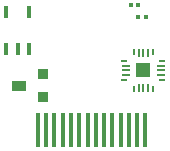
<source format=gbp>
%FSLAX25Y25*%
%MOIN*%
G70*
G01*
G75*
G04 Layer_Color=128*
%ADD10C,0.05118*%
%ADD11R,0.02559X0.02165*%
%ADD12R,0.02165X0.02559*%
%ADD13R,0.01378X0.01378*%
%ADD14R,0.05906X0.02165*%
%ADD15R,0.01378X0.01378*%
%ADD16C,0.03150*%
%ADD17C,0.00787*%
%ADD18C,0.01969*%
%ADD19C,0.03937*%
%ADD20O,0.05000X0.03500*%
%ADD21C,0.05906*%
%ADD22C,0.03150*%
%ADD23C,0.01969*%
%ADD24C,0.03937*%
%ADD25R,0.02362X0.00787*%
%ADD26R,0.03150X0.00787*%
%ADD27R,0.00787X0.02362*%
%ADD28R,0.00787X0.03150*%
%ADD29R,0.05118X0.05118*%
%ADD30R,0.01575X0.03937*%
%ADD31R,0.05000X0.03600*%
%ADD32R,0.03600X0.03600*%
%ADD33R,0.01378X0.11811*%
%ADD34C,0.01575*%
%ADD35C,0.00500*%
%ADD36C,0.00591*%
%ADD37C,0.00394*%
%ADD38C,0.05918*%
%ADD39R,0.03359X0.02965*%
%ADD40R,0.02965X0.03359*%
%ADD41R,0.02178X0.02178*%
%ADD42R,0.06706X0.02965*%
%ADD43R,0.02178X0.02178*%
%ADD44O,0.05800X0.04300*%
%ADD45C,0.06706*%
%ADD46C,0.02769*%
%ADD47R,0.03162X0.01587*%
%ADD48R,0.03950X0.01587*%
%ADD49R,0.01587X0.03162*%
%ADD50R,0.01587X0.03950*%
%ADD51R,0.05918X0.05918*%
%ADD52R,0.02375X0.04737*%
%ADD53R,0.05800X0.04400*%
%ADD54R,0.04400X0.04400*%
%ADD55R,0.02178X0.12611*%
D15*
X52559Y48690D02*
D03*
X54921D02*
D03*
X54979Y44720D02*
D03*
X57341D02*
D03*
D25*
X62919Y30190D02*
D03*
Y23890D02*
D03*
X50321D02*
D03*
Y30190D02*
D03*
D26*
X62525Y28615D02*
D03*
Y27040D02*
D03*
Y25465D02*
D03*
X50714D02*
D03*
Y27040D02*
D03*
Y28615D02*
D03*
D27*
X59770Y20741D02*
D03*
X53470D02*
D03*
Y33339D02*
D03*
X59770D02*
D03*
D28*
X58195Y21135D02*
D03*
X56620D02*
D03*
X55045D02*
D03*
Y32945D02*
D03*
X56620D02*
D03*
X58195D02*
D03*
D29*
X56620Y27040D02*
D03*
D30*
X18451Y46459D02*
D03*
X10971D02*
D03*
X14711Y34255D02*
D03*
X10971D02*
D03*
X18451D02*
D03*
D31*
X15153Y21878D02*
D03*
D32*
X23153Y25678D02*
D03*
Y18178D02*
D03*
D33*
X21466Y7283D02*
D03*
X24221D02*
D03*
X26977D02*
D03*
X29733D02*
D03*
X32489D02*
D03*
X35245D02*
D03*
X38001D02*
D03*
X40757D02*
D03*
X43513D02*
D03*
X46269D02*
D03*
X49025D02*
D03*
X51781D02*
D03*
X54536D02*
D03*
X57292D02*
D03*
M02*

</source>
